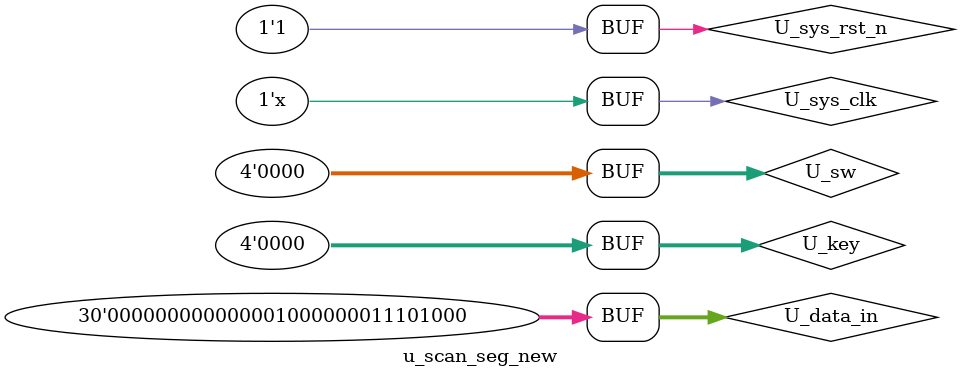
<source format=v>
`timescale 1ns/1ps

module u_scan_seg_new(
);

reg U_sys_clk;
reg[4:1] U_key;
reg[4:1] U_sw;
reg U_sys_rst_n;
reg[29:0] U_data_in;
wire[7:0] U_seg_sel;
wire[7:0] U_seg_led;

localparam CLK_PERIOD = 20;

initial
begin
    U_sys_rst_n <= 1'd0;
    U_sys_clk <= 1'd0;
    U_key <= 4'd0;
    U_sw <= 4'd0;
    U_data_in <= 30'd33_000; //测量得到的信号频率为33kHz
    #20 U_sys_rst_n <= 1'd1;
end
always#(CLK_PERIOD / 2) U_sys_clk = ~U_sys_clk;


scan_hex_7seg_top U(
    .sys_clk(U_sys_clk),
    .key(U_key),
    .sw(U_sw),
    .sys_rst_n(U_sys_rst_n),
    .data_in(U_data_in),
    .seg_sel(U_seg_sel),
    .seg_led(U_seg_led)
);


endmodule
</source>
